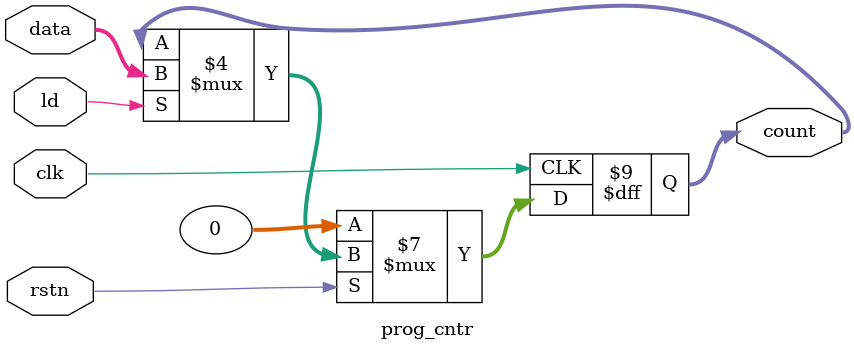
<source format=sv>
`timescale 1ns / 1ps


module prog_cntr(
    input clk,
    input rstn,
    input ld,
    input logic [31:0] data,
    output logic [31:0] count
    );
    
    always_ff @(posedge clk)
    begin
        if (rstn == 0)
            count <=  0;
        else if (ld == 1)
            count <= data;
    end
    
endmodule

</source>
